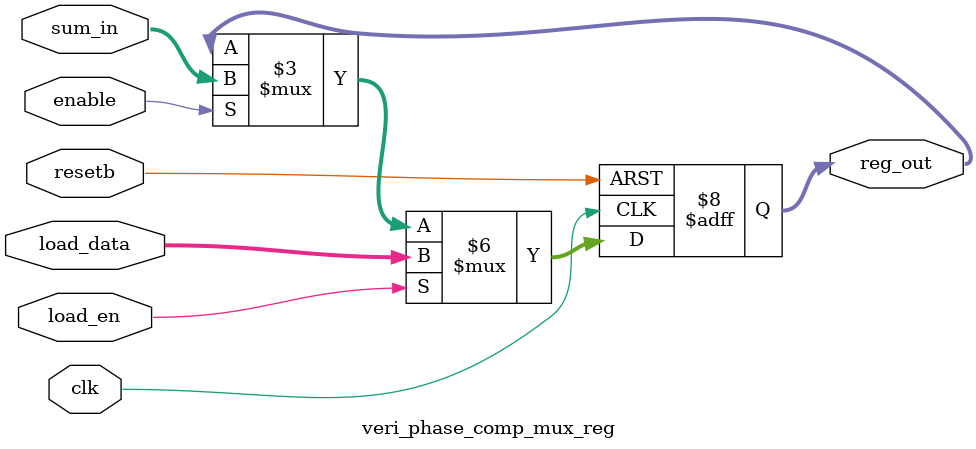
<source format=v>
module veri_phase_comp_mux_reg (resetb, enable,sum_in,clk,reg_out,load_en,load_data);

input clk;
input resetb;
input enable;
input load_en;
input [9:0] load_data;
input [9:0] sum_in;
output [9:0] reg_out;
reg [9:0] reg_out;

always@(posedge clk or negedge resetb)
if(~resetb)
 reg_out <= 10'h200;
else
if(load_en)
  reg_out <= load_data;
else
if(enable)
  reg_out <= sum_in;

endmodule

</source>
